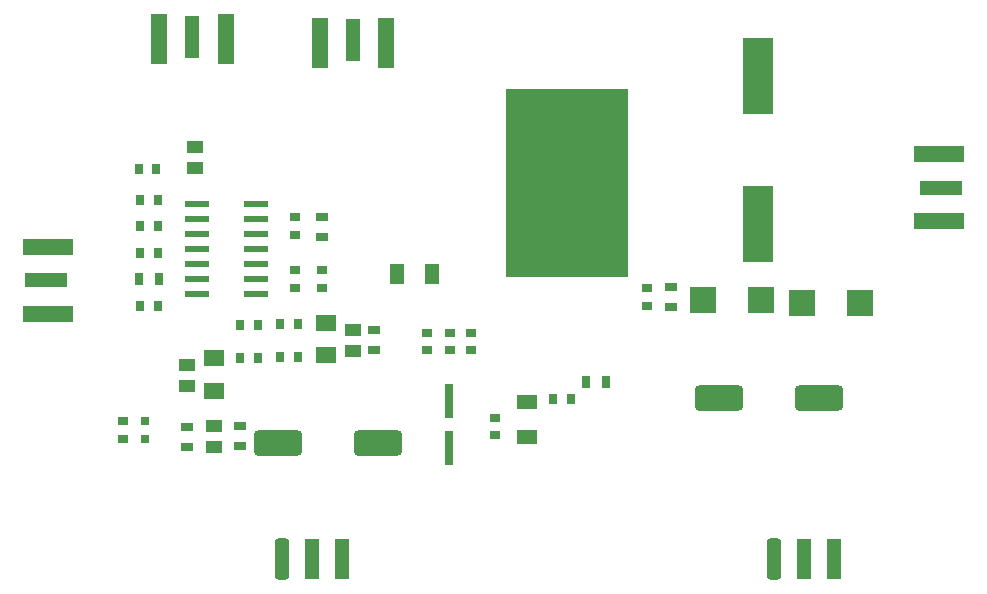
<source format=gtp>
G04*
G04 #@! TF.GenerationSoftware,Altium Limited,Altium Designer,21.6.1 (37)*
G04*
G04 Layer_Color=8421504*
%FSLAX44Y44*%
%MOMM*%
G71*
G04*
G04 #@! TF.SameCoordinates,4932F9C6-11AC-4B27-AC6D-AAE507F42B56*
G04*
G04*
G04 #@! TF.FilePolarity,Positive*
G04*
G01*
G75*
G04:AMPARAMS|DCode=20|XSize=1.2mm|YSize=3.5mm|CornerRadius=0.3mm|HoleSize=0mm|Usage=FLASHONLY|Rotation=0.000|XOffset=0mm|YOffset=0mm|HoleType=Round|Shape=RoundedRectangle|*
%AMROUNDEDRECTD20*
21,1,1.2000,2.9000,0,0,0.0*
21,1,0.6000,3.5000,0,0,0.0*
1,1,0.6000,0.3000,-1.4500*
1,1,0.6000,-0.3000,-1.4500*
1,1,0.6000,-0.3000,1.4500*
1,1,0.6000,0.3000,1.4500*
%
%ADD20ROUNDEDRECTD20*%
%ADD21R,1.2000X3.5000*%
%ADD22R,1.3800X1.0500*%
G04:AMPARAMS|DCode=23|XSize=3.99mm|YSize=2.12mm|CornerRadius=0.265mm|HoleSize=0mm|Usage=FLASHONLY|Rotation=0.000|XOffset=0mm|YOffset=0mm|HoleType=Round|Shape=RoundedRectangle|*
%AMROUNDEDRECTD23*
21,1,3.9900,1.5900,0,0,0.0*
21,1,3.4600,2.1200,0,0,0.0*
1,1,0.5300,1.7300,-0.7950*
1,1,0.5300,-1.7300,-0.7950*
1,1,0.5300,-1.7300,0.7950*
1,1,0.5300,1.7300,0.7950*
%
%ADD23ROUNDEDRECTD23*%
%ADD24R,4.2000X1.3500*%
%ADD25R,3.6000X1.2700*%
%ADD26R,0.7620X2.8702*%
%ADD27R,2.5000X6.5000*%
%ADD28R,0.8000X1.0000*%
%ADD29R,0.9000X0.7000*%
%ADD30R,2.2000X2.3000*%
%ADD31R,10.4000X15.9900*%
%ADD32R,1.1500X1.8200*%
%ADD33R,0.7000X0.9000*%
%ADD34R,1.8200X1.1500*%
%ADD35R,1.0000X0.8000*%
%ADD36R,1.2700X3.6000*%
%ADD37R,1.3500X4.2000*%
G04:AMPARAMS|DCode=38|XSize=1.95mm|YSize=0.59mm|CornerRadius=0.0738mm|HoleSize=0mm|Usage=FLASHONLY|Rotation=0.000|XOffset=0mm|YOffset=0mm|HoleType=Round|Shape=RoundedRectangle|*
%AMROUNDEDRECTD38*
21,1,1.9500,0.4425,0,0,0.0*
21,1,1.8025,0.5900,0,0,0.0*
1,1,0.1475,0.9012,-0.2213*
1,1,0.1475,-0.9012,-0.2213*
1,1,0.1475,-0.9012,0.2213*
1,1,0.1475,0.9012,0.2213*
%
%ADD38ROUNDEDRECTD38*%
%ADD39R,1.8200X1.3800*%
%ADD40R,0.8000X0.8000*%
D20*
X739000Y-86000D02*
D03*
X322600D02*
D03*
D21*
X789800D02*
D03*
X764400D02*
D03*
X373400D02*
D03*
X348000D02*
D03*
D22*
X265000Y26880D02*
D03*
Y9120D02*
D03*
X242000Y60120D02*
D03*
Y77880D02*
D03*
X383000Y90120D02*
D03*
Y107880D02*
D03*
X249000Y262880D02*
D03*
Y245120D02*
D03*
D23*
X319600Y12000D02*
D03*
X404400D02*
D03*
X692600Y50000D02*
D03*
X777400D02*
D03*
D24*
X879000Y256500D02*
D03*
Y200000D02*
D03*
X125000Y178250D02*
D03*
Y121750D02*
D03*
D25*
X881000Y228250D02*
D03*
X123000Y150000D02*
D03*
D26*
X464000Y47812D02*
D03*
Y8188D02*
D03*
D27*
X726000Y197500D02*
D03*
Y322500D02*
D03*
D28*
X580500Y64000D02*
D03*
X597500D02*
D03*
X219000Y151000D02*
D03*
X202000D02*
D03*
D29*
X483000Y105500D02*
D03*
Y90500D02*
D03*
X446000Y105500D02*
D03*
Y90500D02*
D03*
X632000Y128500D02*
D03*
Y143500D02*
D03*
X465000Y90500D02*
D03*
Y105500D02*
D03*
X503000Y18500D02*
D03*
Y33500D02*
D03*
X334000Y188500D02*
D03*
Y203500D02*
D03*
Y143500D02*
D03*
Y158500D02*
D03*
X357000Y158500D02*
D03*
Y143500D02*
D03*
X188000Y15500D02*
D03*
Y30500D02*
D03*
D30*
X679500Y133000D02*
D03*
X728500D02*
D03*
X763500Y131000D02*
D03*
X812500D02*
D03*
D31*
X564000Y232000D02*
D03*
D32*
X449850Y155000D02*
D03*
X420150D02*
D03*
D33*
X552500Y49000D02*
D03*
X567500D02*
D03*
X201500Y244000D02*
D03*
X216500D02*
D03*
X218000Y128000D02*
D03*
X203000D02*
D03*
Y173000D02*
D03*
X218000D02*
D03*
X203000Y218000D02*
D03*
X218000D02*
D03*
X321500Y113000D02*
D03*
X336500D02*
D03*
X336500Y85000D02*
D03*
X321500D02*
D03*
X302500Y112000D02*
D03*
X287500D02*
D03*
X302500Y84000D02*
D03*
X287500D02*
D03*
X218000Y195500D02*
D03*
X203000D02*
D03*
D34*
X530000Y46850D02*
D03*
Y17150D02*
D03*
D35*
X652000Y144500D02*
D03*
Y127500D02*
D03*
X357000Y203500D02*
D03*
Y186500D02*
D03*
X287000Y9500D02*
D03*
Y26500D02*
D03*
X242000Y8500D02*
D03*
Y25500D02*
D03*
X401000Y107500D02*
D03*
Y90500D02*
D03*
D36*
X383000Y353000D02*
D03*
X247000Y356000D02*
D03*
D37*
X411250Y351000D02*
D03*
X354750D02*
D03*
X275250Y354000D02*
D03*
X218750D02*
D03*
D38*
X251200Y214100D02*
D03*
Y201400D02*
D03*
Y188700D02*
D03*
Y176000D02*
D03*
Y163300D02*
D03*
Y150600D02*
D03*
Y137900D02*
D03*
X300800D02*
D03*
Y150600D02*
D03*
Y163300D02*
D03*
Y176000D02*
D03*
Y188700D02*
D03*
Y201400D02*
D03*
Y214100D02*
D03*
D39*
X265000Y56310D02*
D03*
Y83690D02*
D03*
X360000Y86310D02*
D03*
Y113690D02*
D03*
D40*
X207000Y30500D02*
D03*
Y15500D02*
D03*
M02*

</source>
